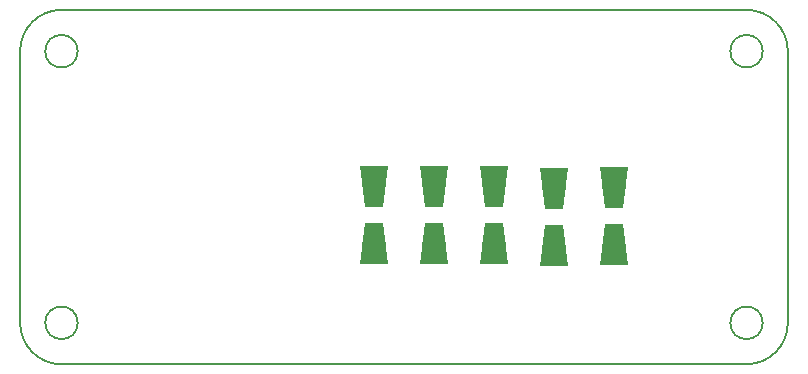
<source format=gtp>
G04 #@! TF.GenerationSoftware,KiCad,Pcbnew,(5.0.2)*
G04 #@! TF.CreationDate,2020-11-06T15:24:57+00:00*
G04 #@! TF.ProjectId,alto,616c746f-2e6b-4696-9361-645f70636258,rev?*
G04 #@! TF.SameCoordinates,Original*
G04 #@! TF.FileFunction,Paste,Top*
G04 #@! TF.FilePolarity,Positive*
%FSLAX46Y46*%
G04 Gerber Fmt 4.6, Leading zero omitted, Abs format (unit mm)*
G04 Created by KiCad (PCBNEW (5.0.2)) date Fri 06 Nov 2020 15:24:57 GMT*
%MOMM*%
%LPD*%
G01*
G04 APERTURE LIST*
%ADD10C,0.150000*%
%ADD11C,1.986130*%
%ADD12C,0.100000*%
G04 APERTURE END LIST*
D10*
X157000000Y-80000000D02*
X161500000Y-80000000D01*
X103500000Y-80000000D02*
X157000000Y-80000000D01*
X104875000Y-76500000D02*
G75*
G03X104875000Y-76500000I-1375000J0D01*
G01*
X162875000Y-76500000D02*
G75*
G03X162875000Y-76500000I-1375000J0D01*
G01*
X100000000Y-76500000D02*
X100000000Y-53500000D01*
X165000000Y-53500000D02*
X165000000Y-76500000D01*
X103500000Y-50000000D02*
X161500000Y-50000000D01*
X103500000Y-80000000D02*
G75*
G02X100000000Y-76500000I0J3500000D01*
G01*
X165000000Y-76500000D02*
G75*
G02X161500000Y-80000000I-3500000J0D01*
G01*
X100000000Y-53500000D02*
G75*
G02X103500000Y-50000000I3500000J0D01*
G01*
X161500000Y-50000000D02*
G75*
G02X165000000Y-53500000I0J-3500000D01*
G01*
X162875000Y-53500000D02*
G75*
G03X162875000Y-53500000I-1375000J0D01*
G01*
X104875000Y-53500000D02*
G75*
G03X104875000Y-53500000I-1375000J0D01*
G01*
D11*
G04 #@! TO.C,R3*
X140120000Y-64930000D03*
D12*
G36*
X138921120Y-63179940D02*
X141318880Y-63179940D01*
X140920100Y-66680060D01*
X139319900Y-66680060D01*
X138921120Y-63179940D01*
X138921120Y-63179940D01*
G37*
D11*
X140120000Y-69756000D03*
D12*
G36*
X141318880Y-71506060D02*
X138921120Y-71506060D01*
X139319900Y-68005940D01*
X140920100Y-68005940D01*
X141318880Y-71506060D01*
X141318880Y-71506060D01*
G37*
G04 #@! TD*
D11*
G04 #@! TO.C,R5*
X150280000Y-69883000D03*
D12*
G36*
X151478880Y-71633060D02*
X149081120Y-71633060D01*
X149479900Y-68132940D01*
X151080100Y-68132940D01*
X151478880Y-71633060D01*
X151478880Y-71633060D01*
G37*
D11*
X150280000Y-65057000D03*
D12*
G36*
X149081120Y-63306940D02*
X151478880Y-63306940D01*
X151080100Y-66807060D01*
X149479900Y-66807060D01*
X149081120Y-63306940D01*
X149081120Y-63306940D01*
G37*
G04 #@! TD*
D11*
G04 #@! TO.C,R4*
X145200000Y-69961740D03*
D12*
G36*
X146398880Y-71711800D02*
X144001120Y-71711800D01*
X144399900Y-68211680D01*
X146000100Y-68211680D01*
X146398880Y-71711800D01*
X146398880Y-71711800D01*
G37*
D11*
X145200000Y-65135740D03*
D12*
G36*
X144001120Y-63385680D02*
X146398880Y-63385680D01*
X146000100Y-66885800D01*
X144399900Y-66885800D01*
X144001120Y-63385680D01*
X144001120Y-63385680D01*
G37*
G04 #@! TD*
D11*
G04 #@! TO.C,R1*
X129960000Y-64930000D03*
D12*
G36*
X128761120Y-63179940D02*
X131158880Y-63179940D01*
X130760100Y-66680060D01*
X129159900Y-66680060D01*
X128761120Y-63179940D01*
X128761120Y-63179940D01*
G37*
D11*
X129960000Y-69756000D03*
D12*
G36*
X131158880Y-71506060D02*
X128761120Y-71506060D01*
X129159900Y-68005940D01*
X130760100Y-68005940D01*
X131158880Y-71506060D01*
X131158880Y-71506060D01*
G37*
G04 #@! TD*
D11*
G04 #@! TO.C,R2*
X135040000Y-69756000D03*
D12*
G36*
X136238880Y-71506060D02*
X133841120Y-71506060D01*
X134239900Y-68005940D01*
X135840100Y-68005940D01*
X136238880Y-71506060D01*
X136238880Y-71506060D01*
G37*
D11*
X135040000Y-64930000D03*
D12*
G36*
X133841120Y-63179940D02*
X136238880Y-63179940D01*
X135840100Y-66680060D01*
X134239900Y-66680060D01*
X133841120Y-63179940D01*
X133841120Y-63179940D01*
G37*
G04 #@! TD*
M02*

</source>
